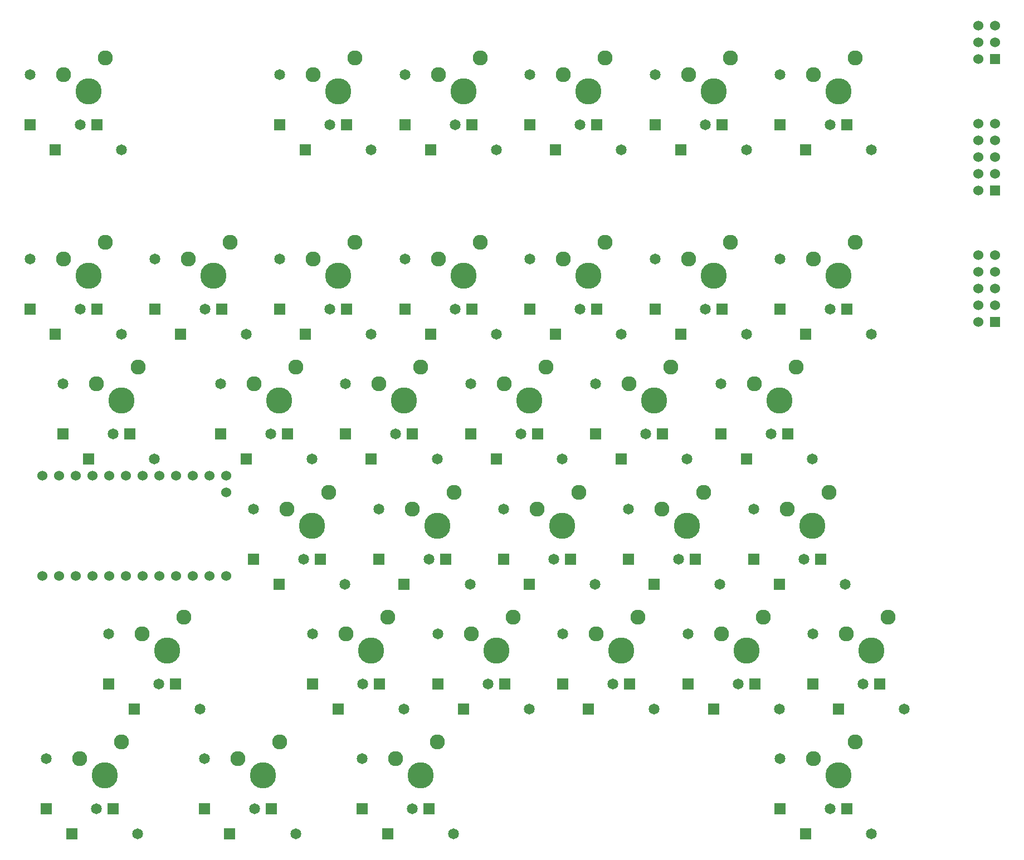
<source format=gbs>
G04 (created by PCBNEW (2013-07-07 BZR 4022)-stable) date 11/2/2014 12:02:25 AM*
%MOIN*%
G04 Gerber Fmt 3.4, Leading zero omitted, Abs format*
%FSLAX34Y34*%
G01*
G70*
G90*
G04 APERTURE LIST*
%ADD10C,0.00590551*%
%ADD11C,0.09*%
%ADD12C,0.157*%
%ADD13C,0.065*%
%ADD14R,0.065X0.065*%
%ADD15R,0.06X0.06*%
%ADD16C,0.06*%
G04 APERTURE END LIST*
G54D10*
G54D11*
X55330Y-42488D03*
X52830Y-43488D03*
G54D12*
X54330Y-44488D03*
G54D13*
X50830Y-43488D03*
G54D14*
X50830Y-46488D03*
G54D13*
X53830Y-46488D03*
G54D14*
X54830Y-46488D03*
X52362Y-47988D03*
G54D13*
X56299Y-47988D03*
G54D11*
X41944Y-27527D03*
X39444Y-28527D03*
G54D12*
X40944Y-29527D03*
G54D13*
X37444Y-28527D03*
G54D14*
X37444Y-31527D03*
G54D13*
X40444Y-31527D03*
G54D14*
X41444Y-31527D03*
X38976Y-33027D03*
G54D13*
X42913Y-33027D03*
G54D11*
X45881Y-35007D03*
X43381Y-36007D03*
G54D12*
X44881Y-37007D03*
G54D13*
X41381Y-36007D03*
G54D14*
X41381Y-39007D03*
G54D13*
X44381Y-39007D03*
G54D14*
X45381Y-39007D03*
X42913Y-40507D03*
G54D13*
X46850Y-40507D03*
G54D11*
X47850Y-42488D03*
X45350Y-43488D03*
G54D12*
X46850Y-44488D03*
G54D13*
X43350Y-43488D03*
G54D14*
X43350Y-46488D03*
G54D13*
X46350Y-46488D03*
G54D14*
X47350Y-46488D03*
X44881Y-47988D03*
G54D13*
X48818Y-47988D03*
G54D11*
X51393Y-49968D03*
X48893Y-50968D03*
G54D12*
X50393Y-51968D03*
G54D13*
X46893Y-50968D03*
G54D14*
X46893Y-53968D03*
G54D13*
X49893Y-53968D03*
G54D14*
X50893Y-53968D03*
X48425Y-55468D03*
G54D13*
X52362Y-55468D03*
G54D11*
X64385Y-57448D03*
X61885Y-58448D03*
G54D12*
X63385Y-59448D03*
G54D13*
X59885Y-58448D03*
G54D14*
X59885Y-61448D03*
G54D13*
X62885Y-61448D03*
G54D14*
X63885Y-61448D03*
X61417Y-62948D03*
G54D13*
X65354Y-62948D03*
G54D11*
X56905Y-16503D03*
X54405Y-17503D03*
G54D12*
X55905Y-18503D03*
G54D13*
X52405Y-17503D03*
G54D14*
X52405Y-20503D03*
G54D13*
X55405Y-20503D03*
G54D14*
X56405Y-20503D03*
X53937Y-22003D03*
G54D13*
X57874Y-22003D03*
G54D11*
X49425Y-27527D03*
X46925Y-28527D03*
G54D12*
X48425Y-29527D03*
G54D13*
X44925Y-28527D03*
G54D14*
X44925Y-31527D03*
G54D13*
X47925Y-31527D03*
G54D14*
X48925Y-31527D03*
X46456Y-33027D03*
G54D13*
X50393Y-33027D03*
G54D11*
X53362Y-35007D03*
X50862Y-36007D03*
G54D12*
X52362Y-37007D03*
G54D13*
X48862Y-36007D03*
G54D14*
X48862Y-39007D03*
G54D13*
X51862Y-39007D03*
G54D14*
X52862Y-39007D03*
X50393Y-40507D03*
G54D13*
X54330Y-40507D03*
G54D11*
X19503Y-16503D03*
X17003Y-17503D03*
G54D12*
X18503Y-18503D03*
G54D13*
X15003Y-17503D03*
G54D14*
X15003Y-20503D03*
G54D13*
X18003Y-20503D03*
G54D14*
X19003Y-20503D03*
X16535Y-22003D03*
G54D13*
X20472Y-22003D03*
G54D11*
X58874Y-49968D03*
X56374Y-50968D03*
G54D12*
X57874Y-51968D03*
G54D13*
X54374Y-50968D03*
G54D14*
X54374Y-53968D03*
G54D13*
X57374Y-53968D03*
G54D14*
X58374Y-53968D03*
X55905Y-55468D03*
G54D13*
X59842Y-55468D03*
G54D11*
X64385Y-16503D03*
X61885Y-17503D03*
G54D12*
X63385Y-18503D03*
G54D13*
X59885Y-17503D03*
G54D14*
X59885Y-20503D03*
G54D13*
X62885Y-20503D03*
G54D14*
X63885Y-20503D03*
X61417Y-22003D03*
G54D13*
X65354Y-22003D03*
G54D11*
X56905Y-27527D03*
X54405Y-28527D03*
G54D12*
X55905Y-29527D03*
G54D13*
X52405Y-28527D03*
G54D14*
X52405Y-31527D03*
G54D13*
X55405Y-31527D03*
G54D14*
X56405Y-31527D03*
X53937Y-33027D03*
G54D13*
X57874Y-33027D03*
G54D11*
X60842Y-35007D03*
X58342Y-36007D03*
G54D12*
X59842Y-37007D03*
G54D13*
X56342Y-36007D03*
G54D14*
X56342Y-39007D03*
G54D13*
X59342Y-39007D03*
G54D14*
X60342Y-39007D03*
X57874Y-40507D03*
G54D13*
X61811Y-40507D03*
G54D11*
X62811Y-42488D03*
X60311Y-43488D03*
G54D12*
X61811Y-44488D03*
G54D13*
X58311Y-43488D03*
G54D14*
X58311Y-46488D03*
G54D13*
X61311Y-46488D03*
G54D14*
X62311Y-46488D03*
X59842Y-47988D03*
G54D13*
X63779Y-47988D03*
G54D11*
X66354Y-49968D03*
X63854Y-50968D03*
G54D12*
X65354Y-51968D03*
G54D13*
X61854Y-50968D03*
G54D14*
X61854Y-53968D03*
G54D13*
X64854Y-53968D03*
G54D14*
X65854Y-53968D03*
X63385Y-55468D03*
G54D13*
X67322Y-55468D03*
G54D11*
X64385Y-27527D03*
X61885Y-28527D03*
G54D12*
X63385Y-29527D03*
G54D13*
X59885Y-28527D03*
G54D14*
X59885Y-31527D03*
G54D13*
X62885Y-31527D03*
G54D14*
X63885Y-31527D03*
X61417Y-33027D03*
G54D13*
X65354Y-33027D03*
G54D11*
X49425Y-16503D03*
X46925Y-17503D03*
G54D12*
X48425Y-18503D03*
G54D13*
X44925Y-17503D03*
G54D14*
X44925Y-20503D03*
G54D13*
X47925Y-20503D03*
G54D14*
X48925Y-20503D03*
X46456Y-22003D03*
G54D13*
X50393Y-22003D03*
G54D11*
X19503Y-27527D03*
X17003Y-28527D03*
G54D12*
X18503Y-29527D03*
G54D13*
X15003Y-28527D03*
G54D14*
X15003Y-31527D03*
G54D13*
X18003Y-31527D03*
G54D14*
X19003Y-31527D03*
X16535Y-33027D03*
G54D13*
X20472Y-33027D03*
G54D11*
X21472Y-35007D03*
X18972Y-36007D03*
G54D12*
X20472Y-37007D03*
G54D13*
X16972Y-36007D03*
G54D14*
X16972Y-39007D03*
G54D13*
X19972Y-39007D03*
G54D14*
X20972Y-39007D03*
X18503Y-40507D03*
G54D13*
X22440Y-40507D03*
G54D11*
X24228Y-49968D03*
X21728Y-50968D03*
G54D12*
X23228Y-51968D03*
G54D13*
X19728Y-50968D03*
G54D14*
X19728Y-53968D03*
G54D13*
X22728Y-53968D03*
G54D14*
X23728Y-53968D03*
X21259Y-55468D03*
G54D13*
X25196Y-55468D03*
G54D11*
X20488Y-57448D03*
X17988Y-58448D03*
G54D12*
X19488Y-59448D03*
G54D13*
X15988Y-58448D03*
G54D14*
X15988Y-61448D03*
G54D13*
X18988Y-61448D03*
G54D14*
X19988Y-61448D03*
X17519Y-62948D03*
G54D13*
X21456Y-62948D03*
G54D11*
X34464Y-16503D03*
X31964Y-17503D03*
G54D12*
X33464Y-18503D03*
G54D13*
X29964Y-17503D03*
G54D14*
X29964Y-20503D03*
G54D13*
X32964Y-20503D03*
G54D14*
X33964Y-20503D03*
X31496Y-22003D03*
G54D13*
X35433Y-22003D03*
G54D11*
X26984Y-27527D03*
X24484Y-28527D03*
G54D12*
X25984Y-29527D03*
G54D13*
X22484Y-28527D03*
G54D14*
X22484Y-31527D03*
G54D13*
X25484Y-31527D03*
G54D14*
X26484Y-31527D03*
X24015Y-33027D03*
G54D13*
X27952Y-33027D03*
G54D11*
X30921Y-35007D03*
X28421Y-36007D03*
G54D12*
X29921Y-37007D03*
G54D13*
X26421Y-36007D03*
G54D14*
X26421Y-39007D03*
G54D13*
X29421Y-39007D03*
G54D14*
X30421Y-39007D03*
X27952Y-40507D03*
G54D13*
X31889Y-40507D03*
G54D11*
X32889Y-42488D03*
X30389Y-43488D03*
G54D12*
X31889Y-44488D03*
G54D13*
X28389Y-43488D03*
G54D14*
X28389Y-46488D03*
G54D13*
X31389Y-46488D03*
G54D14*
X32389Y-46488D03*
X29921Y-47988D03*
G54D13*
X33858Y-47988D03*
G54D11*
X36433Y-49968D03*
X33933Y-50968D03*
G54D12*
X35433Y-51968D03*
G54D13*
X31933Y-50968D03*
G54D14*
X31933Y-53968D03*
G54D13*
X34933Y-53968D03*
G54D14*
X35933Y-53968D03*
X33464Y-55468D03*
G54D13*
X37401Y-55468D03*
G54D11*
X29937Y-57448D03*
X27437Y-58448D03*
G54D12*
X28937Y-59448D03*
G54D13*
X25437Y-58448D03*
G54D14*
X25437Y-61448D03*
G54D13*
X28437Y-61448D03*
G54D14*
X29437Y-61448D03*
X26968Y-62948D03*
G54D13*
X30905Y-62948D03*
G54D11*
X41944Y-16503D03*
X39444Y-17503D03*
G54D12*
X40944Y-18503D03*
G54D13*
X37444Y-17503D03*
G54D14*
X37444Y-20503D03*
G54D13*
X40444Y-20503D03*
G54D14*
X41444Y-20503D03*
X38976Y-22003D03*
G54D13*
X42913Y-22003D03*
G54D11*
X34464Y-27527D03*
X31964Y-28527D03*
G54D12*
X33464Y-29527D03*
G54D13*
X29964Y-28527D03*
G54D14*
X29964Y-31527D03*
G54D13*
X32964Y-31527D03*
G54D14*
X33964Y-31527D03*
X31496Y-33027D03*
G54D13*
X35433Y-33027D03*
G54D11*
X38401Y-35007D03*
X35901Y-36007D03*
G54D12*
X37401Y-37007D03*
G54D13*
X33901Y-36007D03*
G54D14*
X33901Y-39007D03*
G54D13*
X36901Y-39007D03*
G54D14*
X37901Y-39007D03*
X35433Y-40507D03*
G54D13*
X39370Y-40507D03*
G54D11*
X40370Y-42488D03*
X37870Y-43488D03*
G54D12*
X39370Y-44488D03*
G54D13*
X35870Y-43488D03*
G54D14*
X35870Y-46488D03*
G54D13*
X38870Y-46488D03*
G54D14*
X39870Y-46488D03*
X37401Y-47988D03*
G54D13*
X41338Y-47988D03*
G54D11*
X43913Y-49968D03*
X41413Y-50968D03*
G54D12*
X42913Y-51968D03*
G54D13*
X39413Y-50968D03*
G54D14*
X39413Y-53968D03*
G54D13*
X42413Y-53968D03*
G54D14*
X43413Y-53968D03*
X40944Y-55468D03*
G54D13*
X44881Y-55468D03*
G54D11*
X39385Y-57448D03*
X36885Y-58448D03*
G54D12*
X38385Y-59448D03*
G54D13*
X34885Y-58448D03*
G54D14*
X34885Y-61448D03*
G54D13*
X37885Y-61448D03*
G54D14*
X38885Y-61448D03*
X36417Y-62948D03*
G54D13*
X40354Y-62948D03*
G54D15*
X72744Y-24440D03*
G54D16*
X71744Y-24440D03*
X72744Y-23440D03*
X71744Y-23440D03*
X72744Y-22440D03*
X71744Y-22440D03*
X72744Y-21440D03*
X71744Y-21440D03*
X72744Y-20440D03*
X71744Y-20440D03*
G54D15*
X72744Y-16551D03*
G54D16*
X71744Y-16551D03*
X72744Y-15551D03*
X71744Y-15551D03*
X72744Y-14551D03*
X71744Y-14551D03*
G54D15*
X72744Y-32314D03*
G54D16*
X71744Y-32314D03*
X72744Y-31314D03*
X71744Y-31314D03*
X72744Y-30314D03*
X71744Y-30314D03*
X72744Y-29314D03*
X71744Y-29314D03*
X72744Y-28314D03*
X71744Y-28314D03*
X16759Y-47488D03*
X15759Y-41488D03*
X21759Y-47488D03*
X21759Y-41488D03*
X20759Y-41488D03*
X19759Y-41488D03*
X18759Y-41488D03*
X17759Y-41488D03*
X16759Y-41488D03*
X22759Y-41488D03*
X23759Y-41488D03*
X24759Y-41488D03*
X25759Y-41488D03*
X26759Y-41488D03*
X20759Y-47488D03*
X19759Y-47488D03*
X18759Y-47488D03*
X17759Y-47488D03*
X15759Y-47488D03*
X22759Y-47488D03*
X23759Y-47488D03*
X24759Y-47488D03*
X25759Y-47488D03*
X26759Y-47488D03*
X26759Y-42488D03*
M02*

</source>
